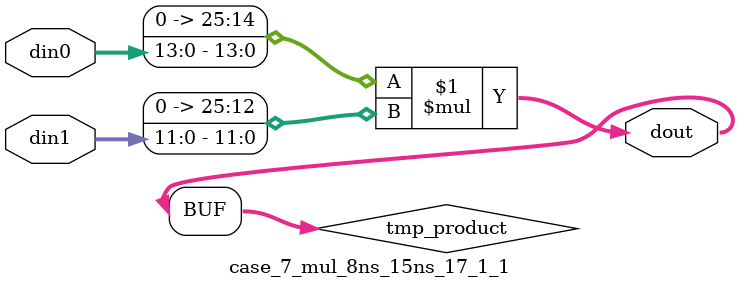
<source format=v>

`timescale 1 ns / 1 ps

 (* use_dsp = "no" *)  module case_7_mul_8ns_15ns_17_1_1(din0, din1, dout);
parameter ID = 1;
parameter NUM_STAGE = 0;
parameter din0_WIDTH = 14;
parameter din1_WIDTH = 12;
parameter dout_WIDTH = 26;

input [din0_WIDTH - 1 : 0] din0; 
input [din1_WIDTH - 1 : 0] din1; 
output [dout_WIDTH - 1 : 0] dout;

wire signed [dout_WIDTH - 1 : 0] tmp_product;
























assign tmp_product = $signed({1'b0, din0}) * $signed({1'b0, din1});











assign dout = tmp_product;





















endmodule

</source>
